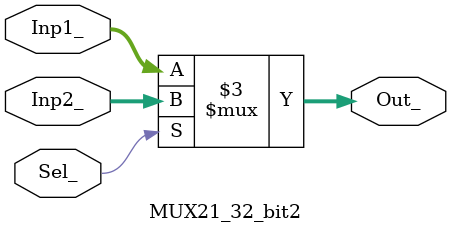
<source format=v>
module MUX21_32_bit(
    input [31:0] Inp1_,      // Input signal 1, 32 bits wide
    input [31:0] Inp2_,      // Input signal 2, 32 bits wide
    input Sel_,             // Select signal
    output reg [31:0] Out_  // Output signal, 32 bits wide
);

always @(*) begin

    if (Sel_) // If the select signal is true (non-zero)
    begin
        Out_ = Inp2_; // Set the output to the value of Inp2
    end 
    else 
    begin
        Out_ = Inp1_; // Otherwise, set the output to the value of Inp1
    end
end
endmodule

module MUX21_32_bit2(
    input [31:0] Inp1_,      // Input signal 1, 32 bits wide
    input [31:0] Inp2_,      // Input signal 2, 32 bits wide
    input Sel_,             // Select signal
    output reg [31:0] Out_  // Output signal, 32 bits wide
);

always @(*) begin

    if (Sel_) // If the select signal is true (non-zero)
    begin
        Out_ = Inp2_; // Set the output to the value of Inp2
    end 
    else 
    begin
        Out_ = Inp1_; // Otherwise, set the output to the value of Inp1
    end
end
endmodule

</source>
